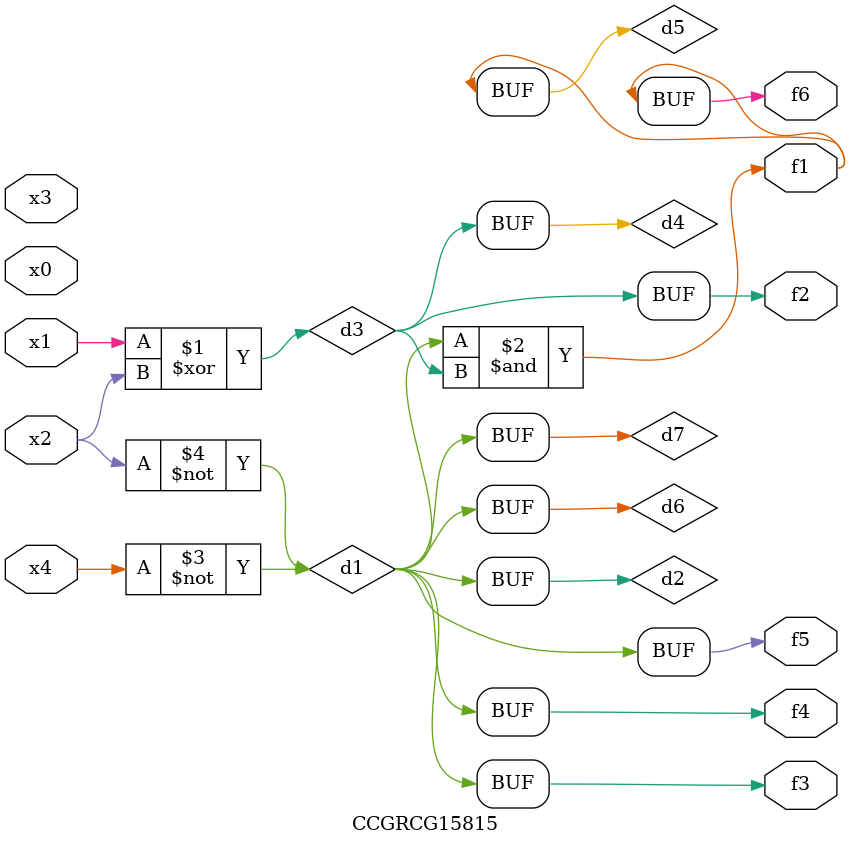
<source format=v>
module CCGRCG15815(
	input x0, x1, x2, x3, x4,
	output f1, f2, f3, f4, f5, f6
);

	wire d1, d2, d3, d4, d5, d6, d7;

	not (d1, x4);
	not (d2, x2);
	xor (d3, x1, x2);
	buf (d4, d3);
	and (d5, d1, d3);
	buf (d6, d1, d2);
	buf (d7, d2);
	assign f1 = d5;
	assign f2 = d4;
	assign f3 = d7;
	assign f4 = d7;
	assign f5 = d7;
	assign f6 = d5;
endmodule

</source>
